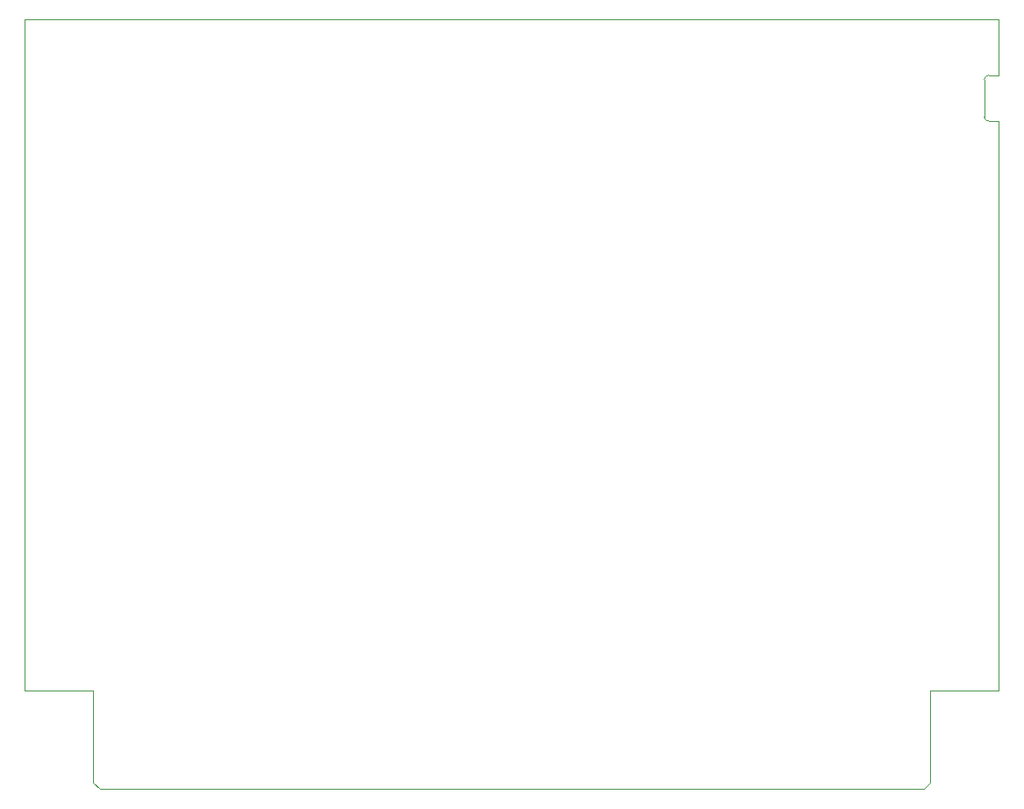
<source format=gm1>
%TF.GenerationSoftware,KiCad,Pcbnew,(6.0.8)*%
%TF.CreationDate,2022-10-21T18:27:38+07:00*%
%TF.ProjectId,TS_Ext_EPM3032,54535f45-7874-45f4-9550-4d333033322e,1.0*%
%TF.SameCoordinates,Original*%
%TF.FileFunction,Profile,NP*%
%FSLAX46Y46*%
G04 Gerber Fmt 4.6, Leading zero omitted, Abs format (unit mm)*
G04 Created by KiCad (PCBNEW (6.0.8)) date 2022-10-21 18:27:38*
%MOMM*%
%LPD*%
G01*
G04 APERTURE LIST*
%TA.AperFunction,Profile*%
%ADD10C,0.100000*%
%TD*%
%TA.AperFunction,Profile*%
%ADD11C,0.120000*%
%TD*%
G04 APERTURE END LIST*
D10*
X34544000Y-90170000D02*
X34544000Y-99060000D01*
X27940000Y-90170000D02*
X34544000Y-90170000D01*
X115316000Y-90170000D02*
X121920000Y-90170000D01*
X115316000Y-90170000D02*
X115316000Y-99060000D01*
X114681000Y-99695000D02*
X115316000Y-99060000D01*
X27940000Y-25400000D02*
X27940000Y-90170000D01*
X121920000Y-25400000D02*
X121920000Y-26520000D01*
X35179000Y-99695000D02*
X114681000Y-99695000D01*
X35179000Y-99695000D02*
X34544000Y-99060000D01*
X121920000Y-90170000D02*
X121920000Y-39520000D01*
X27940000Y-25400000D02*
X121920000Y-25400000D01*
D11*
%TO.C,J5*%
X120920000Y-30820000D02*
X121920000Y-30820000D01*
X120520000Y-31220000D02*
X120520000Y-34820000D01*
X120920000Y-35220000D02*
X121920000Y-35220000D01*
X121920000Y-30820000D02*
X121920000Y-26520000D01*
X121920000Y-35220000D02*
X121920000Y-39520000D01*
X120920000Y-30820000D02*
G75*
G03*
X120520000Y-31220000I0J-400000D01*
G01*
X120520000Y-34820000D02*
G75*
G03*
X120920000Y-35220000I400002J2D01*
G01*
%TD*%
M02*

</source>
